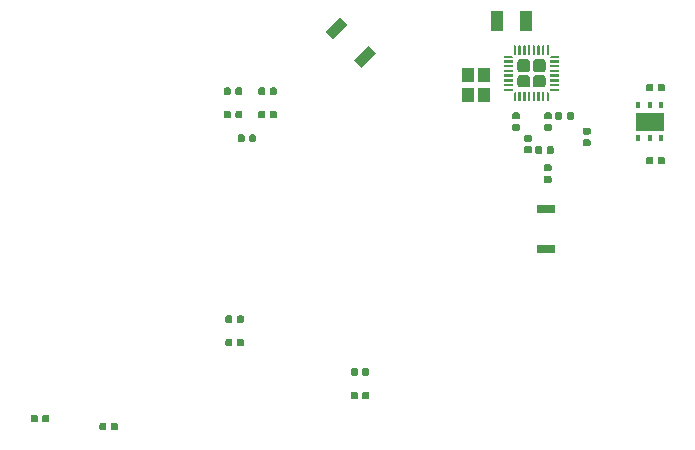
<source format=gbr>
G04 #@! TF.GenerationSoftware,KiCad,Pcbnew,5.99.0-unknown-a5c7d45~100~ubuntu19.10.1*
G04 #@! TF.CreationDate,2020-01-22T19:28:44+01:00*
G04 #@! TF.ProjectId,ilulissat,696c756c-6973-4736-9174-2e6b69636164,rev?*
G04 #@! TF.SameCoordinates,Original*
G04 #@! TF.FileFunction,Paste,Top*
G04 #@! TF.FilePolarity,Positive*
%FSLAX46Y46*%
G04 Gerber Fmt 4.6, Leading zero omitted, Abs format (unit mm)*
G04 Created by KiCad (PCBNEW 5.99.0-unknown-a5c7d45~100~ubuntu19.10.1) date 2020-01-22 19:28:44*
%MOMM*%
%LPD*%
G04 APERTURE LIST*
%ADD10R,1.600000X0.800000*%
%ADD11R,1.000000X1.150000*%
%ADD12R,1.000000X1.800000*%
%ADD13R,0.400000X0.600000*%
%ADD14R,2.400000X1.500000*%
G04 APERTURE END LIST*
G36*
X151788946Y-102091228D02*
G01*
X151836798Y-102123202D01*
X151868772Y-102171054D01*
X151880000Y-102227500D01*
X151880000Y-102572500D01*
X151868772Y-102628946D01*
X151836798Y-102676798D01*
X151788946Y-102708772D01*
X151732500Y-102720000D01*
X151437500Y-102720000D01*
X151381054Y-102708772D01*
X151333202Y-102676798D01*
X151301228Y-102628946D01*
X151290000Y-102572500D01*
X151290000Y-102227500D01*
X151301228Y-102171054D01*
X151333202Y-102123202D01*
X151381054Y-102091228D01*
X151437500Y-102080000D01*
X151732500Y-102080000D01*
X151788946Y-102091228D01*
G37*
G36*
X150818946Y-102091228D02*
G01*
X150866798Y-102123202D01*
X150898772Y-102171054D01*
X150910000Y-102227500D01*
X150910000Y-102572500D01*
X150898772Y-102628946D01*
X150866798Y-102676798D01*
X150818946Y-102708772D01*
X150762500Y-102720000D01*
X150467500Y-102720000D01*
X150411054Y-102708772D01*
X150363202Y-102676798D01*
X150331228Y-102628946D01*
X150320000Y-102572500D01*
X150320000Y-102227500D01*
X150331228Y-102171054D01*
X150363202Y-102123202D01*
X150411054Y-102091228D01*
X150467500Y-102080000D01*
X150762500Y-102080000D01*
X150818946Y-102091228D01*
G37*
D10*
X151200000Y-110800000D03*
X151200000Y-107400000D03*
G36*
X148928946Y-99231228D02*
G01*
X148976798Y-99263202D01*
X149008772Y-99311054D01*
X149020000Y-99367500D01*
X149020000Y-99662500D01*
X149008772Y-99718946D01*
X148976798Y-99766798D01*
X148928946Y-99798772D01*
X148872500Y-99810000D01*
X148527500Y-99810000D01*
X148471054Y-99798772D01*
X148423202Y-99766798D01*
X148391228Y-99718946D01*
X148380000Y-99662500D01*
X148380000Y-99367500D01*
X148391228Y-99311054D01*
X148423202Y-99263202D01*
X148471054Y-99231228D01*
X148527500Y-99220000D01*
X148872500Y-99220000D01*
X148928946Y-99231228D01*
G37*
G36*
X148928946Y-100201228D02*
G01*
X148976798Y-100233202D01*
X149008772Y-100281054D01*
X149020000Y-100337500D01*
X149020000Y-100632500D01*
X149008772Y-100688946D01*
X148976798Y-100736798D01*
X148928946Y-100768772D01*
X148872500Y-100780000D01*
X148527500Y-100780000D01*
X148471054Y-100768772D01*
X148423202Y-100736798D01*
X148391228Y-100688946D01*
X148380000Y-100632500D01*
X148380000Y-100337500D01*
X148391228Y-100281054D01*
X148423202Y-100233202D01*
X148471054Y-100201228D01*
X148527500Y-100190000D01*
X148872500Y-100190000D01*
X148928946Y-100201228D01*
G37*
G36*
X151628946Y-99231228D02*
G01*
X151676798Y-99263202D01*
X151708772Y-99311054D01*
X151720000Y-99367500D01*
X151720000Y-99662500D01*
X151708772Y-99718946D01*
X151676798Y-99766798D01*
X151628946Y-99798772D01*
X151572500Y-99810000D01*
X151227500Y-99810000D01*
X151171054Y-99798772D01*
X151123202Y-99766798D01*
X151091228Y-99718946D01*
X151080000Y-99662500D01*
X151080000Y-99367500D01*
X151091228Y-99311054D01*
X151123202Y-99263202D01*
X151171054Y-99231228D01*
X151227500Y-99220000D01*
X151572500Y-99220000D01*
X151628946Y-99231228D01*
G37*
G36*
X151628946Y-100201228D02*
G01*
X151676798Y-100233202D01*
X151708772Y-100281054D01*
X151720000Y-100337500D01*
X151720000Y-100632500D01*
X151708772Y-100688946D01*
X151676798Y-100736798D01*
X151628946Y-100768772D01*
X151572500Y-100780000D01*
X151227500Y-100780000D01*
X151171054Y-100768772D01*
X151123202Y-100736798D01*
X151091228Y-100688946D01*
X151080000Y-100632500D01*
X151080000Y-100337500D01*
X151091228Y-100281054D01*
X151123202Y-100233202D01*
X151171054Y-100201228D01*
X151227500Y-100190000D01*
X151572500Y-100190000D01*
X151628946Y-100201228D01*
G37*
G36*
X134982843Y-94784925D02*
G01*
X136184925Y-93582843D01*
X136821321Y-94219239D01*
X135619239Y-95421321D01*
X134982843Y-94784925D01*
G37*
G36*
X132578679Y-92380761D02*
G01*
X133780761Y-91178679D01*
X134417157Y-91815075D01*
X133215075Y-93017157D01*
X132578679Y-92380761D01*
G37*
D11*
X146000000Y-96025000D03*
X146000000Y-97775000D03*
X144600000Y-97775000D03*
X144600000Y-96025000D03*
D12*
X147050000Y-91500000D03*
X149550000Y-91500000D03*
D13*
X160950000Y-101400000D03*
X160000000Y-101400000D03*
X159050000Y-101400000D03*
X159050000Y-98600000D03*
X160000000Y-98600000D03*
X160950000Y-98600000D03*
D14*
X160000000Y-100000000D03*
G36*
X148689092Y-93568826D02*
G01*
X148700000Y-93600000D01*
X148700000Y-94300000D01*
X148681174Y-94339092D01*
X148650000Y-94350000D01*
X148620711Y-94350000D01*
X148585356Y-94335355D01*
X148514645Y-94264644D01*
X148500000Y-94229289D01*
X148500000Y-93600000D01*
X148518826Y-93560908D01*
X148550000Y-93550000D01*
X148650000Y-93550000D01*
X148689092Y-93568826D01*
G37*
G36*
X149069134Y-93553806D02*
G01*
X149085355Y-93564645D01*
X149096194Y-93580866D01*
X149100000Y-93600000D01*
X149100000Y-94300000D01*
X149096194Y-94319134D01*
X149085355Y-94335355D01*
X149069134Y-94346194D01*
X149050000Y-94350000D01*
X148950000Y-94350000D01*
X148930866Y-94346194D01*
X148914645Y-94335355D01*
X148903806Y-94319134D01*
X148900000Y-94300000D01*
X148900000Y-93600000D01*
X148903806Y-93580866D01*
X148914645Y-93564645D01*
X148930866Y-93553806D01*
X148950000Y-93550000D01*
X149050000Y-93550000D01*
X149069134Y-93553806D01*
G37*
G36*
X149469134Y-93553806D02*
G01*
X149485355Y-93564645D01*
X149496194Y-93580866D01*
X149500000Y-93600000D01*
X149500000Y-94300000D01*
X149496194Y-94319134D01*
X149485355Y-94335355D01*
X149469134Y-94346194D01*
X149450000Y-94350000D01*
X149350000Y-94350000D01*
X149330866Y-94346194D01*
X149314645Y-94335355D01*
X149303806Y-94319134D01*
X149300000Y-94300000D01*
X149300000Y-93600000D01*
X149303806Y-93580866D01*
X149314645Y-93564645D01*
X149330866Y-93553806D01*
X149350000Y-93550000D01*
X149450000Y-93550000D01*
X149469134Y-93553806D01*
G37*
G36*
X149869134Y-93553806D02*
G01*
X149885355Y-93564645D01*
X149896194Y-93580866D01*
X149900000Y-93600000D01*
X149900000Y-94300000D01*
X149896194Y-94319134D01*
X149885355Y-94335355D01*
X149869134Y-94346194D01*
X149850000Y-94350000D01*
X149750000Y-94350000D01*
X149730866Y-94346194D01*
X149714645Y-94335355D01*
X149703806Y-94319134D01*
X149700000Y-94300000D01*
X149700000Y-93600000D01*
X149703806Y-93580866D01*
X149714645Y-93564645D01*
X149730866Y-93553806D01*
X149750000Y-93550000D01*
X149850000Y-93550000D01*
X149869134Y-93553806D01*
G37*
G36*
X150269134Y-93553806D02*
G01*
X150285355Y-93564645D01*
X150296194Y-93580866D01*
X150300000Y-93600000D01*
X150300000Y-94300000D01*
X150296194Y-94319134D01*
X150285355Y-94335355D01*
X150269134Y-94346194D01*
X150250000Y-94350000D01*
X150150000Y-94350000D01*
X150130866Y-94346194D01*
X150114645Y-94335355D01*
X150103806Y-94319134D01*
X150100000Y-94300000D01*
X150100000Y-93600000D01*
X150103806Y-93580866D01*
X150114645Y-93564645D01*
X150130866Y-93553806D01*
X150150000Y-93550000D01*
X150250000Y-93550000D01*
X150269134Y-93553806D01*
G37*
G36*
X150669134Y-93553806D02*
G01*
X150685355Y-93564645D01*
X150696194Y-93580866D01*
X150700000Y-93600000D01*
X150700000Y-94300000D01*
X150696194Y-94319134D01*
X150685355Y-94335355D01*
X150669134Y-94346194D01*
X150650000Y-94350000D01*
X150550000Y-94350000D01*
X150530866Y-94346194D01*
X150514645Y-94335355D01*
X150503806Y-94319134D01*
X150500000Y-94300000D01*
X150500000Y-93600000D01*
X150503806Y-93580866D01*
X150514645Y-93564645D01*
X150530866Y-93553806D01*
X150550000Y-93550000D01*
X150650000Y-93550000D01*
X150669134Y-93553806D01*
G37*
G36*
X151069134Y-93553806D02*
G01*
X151085355Y-93564645D01*
X151096194Y-93580866D01*
X151100000Y-93600000D01*
X151100000Y-94300000D01*
X151096194Y-94319134D01*
X151085355Y-94335355D01*
X151069134Y-94346194D01*
X151050000Y-94350000D01*
X150950000Y-94350000D01*
X150930866Y-94346194D01*
X150914645Y-94335355D01*
X150903806Y-94319134D01*
X150900000Y-94300000D01*
X150900000Y-93600000D01*
X150903806Y-93580866D01*
X150914645Y-93564645D01*
X150930866Y-93553806D01*
X150950000Y-93550000D01*
X151050000Y-93550000D01*
X151069134Y-93553806D01*
G37*
G36*
X151489092Y-93568826D02*
G01*
X151500000Y-93600000D01*
X151500000Y-94229289D01*
X151485355Y-94264644D01*
X151414644Y-94335355D01*
X151379289Y-94350000D01*
X151350000Y-94350000D01*
X151310908Y-94331174D01*
X151300000Y-94300000D01*
X151300000Y-93600000D01*
X151318826Y-93560908D01*
X151350000Y-93550000D01*
X151450000Y-93550000D01*
X151489092Y-93568826D01*
G37*
G36*
X152339092Y-94418826D02*
G01*
X152350000Y-94450000D01*
X152350000Y-94550000D01*
X152331174Y-94589092D01*
X152300000Y-94600000D01*
X151600000Y-94600000D01*
X151560908Y-94581174D01*
X151550000Y-94550000D01*
X151550000Y-94520711D01*
X151564645Y-94485356D01*
X151635356Y-94414645D01*
X151670711Y-94400000D01*
X152300000Y-94400000D01*
X152339092Y-94418826D01*
G37*
G36*
X152319134Y-94803806D02*
G01*
X152335355Y-94814645D01*
X152346194Y-94830866D01*
X152350000Y-94850000D01*
X152350000Y-94950000D01*
X152346194Y-94969134D01*
X152335355Y-94985355D01*
X152319134Y-94996194D01*
X152300000Y-95000000D01*
X151600000Y-95000000D01*
X151580866Y-94996194D01*
X151564645Y-94985355D01*
X151553806Y-94969134D01*
X151550000Y-94950000D01*
X151550000Y-94850000D01*
X151553806Y-94830866D01*
X151564645Y-94814645D01*
X151580866Y-94803806D01*
X151600000Y-94800000D01*
X152300000Y-94800000D01*
X152319134Y-94803806D01*
G37*
G36*
X152319134Y-95203806D02*
G01*
X152335355Y-95214645D01*
X152346194Y-95230866D01*
X152350000Y-95250000D01*
X152350000Y-95350000D01*
X152346194Y-95369134D01*
X152335355Y-95385355D01*
X152319134Y-95396194D01*
X152300000Y-95400000D01*
X151600000Y-95400000D01*
X151580866Y-95396194D01*
X151564645Y-95385355D01*
X151553806Y-95369134D01*
X151550000Y-95350000D01*
X151550000Y-95250000D01*
X151553806Y-95230866D01*
X151564645Y-95214645D01*
X151580866Y-95203806D01*
X151600000Y-95200000D01*
X152300000Y-95200000D01*
X152319134Y-95203806D01*
G37*
G36*
X152319134Y-95603806D02*
G01*
X152335355Y-95614645D01*
X152346194Y-95630866D01*
X152350000Y-95650000D01*
X152350000Y-95750000D01*
X152346194Y-95769134D01*
X152335355Y-95785355D01*
X152319134Y-95796194D01*
X152300000Y-95800000D01*
X151600000Y-95800000D01*
X151580866Y-95796194D01*
X151564645Y-95785355D01*
X151553806Y-95769134D01*
X151550000Y-95750000D01*
X151550000Y-95650000D01*
X151553806Y-95630866D01*
X151564645Y-95614645D01*
X151580866Y-95603806D01*
X151600000Y-95600000D01*
X152300000Y-95600000D01*
X152319134Y-95603806D01*
G37*
G36*
X152319134Y-96003806D02*
G01*
X152335355Y-96014645D01*
X152346194Y-96030866D01*
X152350000Y-96050000D01*
X152350000Y-96150000D01*
X152346194Y-96169134D01*
X152335355Y-96185355D01*
X152319134Y-96196194D01*
X152300000Y-96200000D01*
X151600000Y-96200000D01*
X151580866Y-96196194D01*
X151564645Y-96185355D01*
X151553806Y-96169134D01*
X151550000Y-96150000D01*
X151550000Y-96050000D01*
X151553806Y-96030866D01*
X151564645Y-96014645D01*
X151580866Y-96003806D01*
X151600000Y-96000000D01*
X152300000Y-96000000D01*
X152319134Y-96003806D01*
G37*
G36*
X152319134Y-96403806D02*
G01*
X152335355Y-96414645D01*
X152346194Y-96430866D01*
X152350000Y-96450000D01*
X152350000Y-96550000D01*
X152346194Y-96569134D01*
X152335355Y-96585355D01*
X152319134Y-96596194D01*
X152300000Y-96600000D01*
X151600000Y-96600000D01*
X151580866Y-96596194D01*
X151564645Y-96585355D01*
X151553806Y-96569134D01*
X151550000Y-96550000D01*
X151550000Y-96450000D01*
X151553806Y-96430866D01*
X151564645Y-96414645D01*
X151580866Y-96403806D01*
X151600000Y-96400000D01*
X152300000Y-96400000D01*
X152319134Y-96403806D01*
G37*
G36*
X152319134Y-96803806D02*
G01*
X152335355Y-96814645D01*
X152346194Y-96830866D01*
X152350000Y-96850000D01*
X152350000Y-96950000D01*
X152346194Y-96969134D01*
X152335355Y-96985355D01*
X152319134Y-96996194D01*
X152300000Y-97000000D01*
X151600000Y-97000000D01*
X151580866Y-96996194D01*
X151564645Y-96985355D01*
X151553806Y-96969134D01*
X151550000Y-96950000D01*
X151550000Y-96850000D01*
X151553806Y-96830866D01*
X151564645Y-96814645D01*
X151580866Y-96803806D01*
X151600000Y-96800000D01*
X152300000Y-96800000D01*
X152319134Y-96803806D01*
G37*
G36*
X152339092Y-97218826D02*
G01*
X152350000Y-97250000D01*
X152350000Y-97350000D01*
X152331174Y-97389092D01*
X152300000Y-97400000D01*
X151670711Y-97400000D01*
X151635356Y-97385355D01*
X151564645Y-97314644D01*
X151550000Y-97279289D01*
X151550000Y-97250000D01*
X151568826Y-97210908D01*
X151600000Y-97200000D01*
X152300000Y-97200000D01*
X152339092Y-97218826D01*
G37*
G36*
X151414644Y-97464645D02*
G01*
X151485355Y-97535356D01*
X151500000Y-97570711D01*
X151500000Y-98200000D01*
X151481174Y-98239092D01*
X151450000Y-98250000D01*
X151350000Y-98250000D01*
X151310908Y-98231174D01*
X151300000Y-98200000D01*
X151300000Y-97500000D01*
X151318826Y-97460908D01*
X151350000Y-97450000D01*
X151379289Y-97450000D01*
X151414644Y-97464645D01*
G37*
G36*
X151069134Y-97453806D02*
G01*
X151085355Y-97464645D01*
X151096194Y-97480866D01*
X151100000Y-97500000D01*
X151100000Y-98200000D01*
X151096194Y-98219134D01*
X151085355Y-98235355D01*
X151069134Y-98246194D01*
X151050000Y-98250000D01*
X150950000Y-98250000D01*
X150930866Y-98246194D01*
X150914645Y-98235355D01*
X150903806Y-98219134D01*
X150900000Y-98200000D01*
X150900000Y-97500000D01*
X150903806Y-97480866D01*
X150914645Y-97464645D01*
X150930866Y-97453806D01*
X150950000Y-97450000D01*
X151050000Y-97450000D01*
X151069134Y-97453806D01*
G37*
G36*
X150669134Y-97453806D02*
G01*
X150685355Y-97464645D01*
X150696194Y-97480866D01*
X150700000Y-97500000D01*
X150700000Y-98200000D01*
X150696194Y-98219134D01*
X150685355Y-98235355D01*
X150669134Y-98246194D01*
X150650000Y-98250000D01*
X150550000Y-98250000D01*
X150530866Y-98246194D01*
X150514645Y-98235355D01*
X150503806Y-98219134D01*
X150500000Y-98200000D01*
X150500000Y-97500000D01*
X150503806Y-97480866D01*
X150514645Y-97464645D01*
X150530866Y-97453806D01*
X150550000Y-97450000D01*
X150650000Y-97450000D01*
X150669134Y-97453806D01*
G37*
G36*
X150269134Y-97453806D02*
G01*
X150285355Y-97464645D01*
X150296194Y-97480866D01*
X150300000Y-97500000D01*
X150300000Y-98200000D01*
X150296194Y-98219134D01*
X150285355Y-98235355D01*
X150269134Y-98246194D01*
X150250000Y-98250000D01*
X150150000Y-98250000D01*
X150130866Y-98246194D01*
X150114645Y-98235355D01*
X150103806Y-98219134D01*
X150100000Y-98200000D01*
X150100000Y-97500000D01*
X150103806Y-97480866D01*
X150114645Y-97464645D01*
X150130866Y-97453806D01*
X150150000Y-97450000D01*
X150250000Y-97450000D01*
X150269134Y-97453806D01*
G37*
G36*
X149869134Y-97453806D02*
G01*
X149885355Y-97464645D01*
X149896194Y-97480866D01*
X149900000Y-97500000D01*
X149900000Y-98200000D01*
X149896194Y-98219134D01*
X149885355Y-98235355D01*
X149869134Y-98246194D01*
X149850000Y-98250000D01*
X149750000Y-98250000D01*
X149730866Y-98246194D01*
X149714645Y-98235355D01*
X149703806Y-98219134D01*
X149700000Y-98200000D01*
X149700000Y-97500000D01*
X149703806Y-97480866D01*
X149714645Y-97464645D01*
X149730866Y-97453806D01*
X149750000Y-97450000D01*
X149850000Y-97450000D01*
X149869134Y-97453806D01*
G37*
G36*
X149469134Y-97453806D02*
G01*
X149485355Y-97464645D01*
X149496194Y-97480866D01*
X149500000Y-97500000D01*
X149500000Y-98200000D01*
X149496194Y-98219134D01*
X149485355Y-98235355D01*
X149469134Y-98246194D01*
X149450000Y-98250000D01*
X149350000Y-98250000D01*
X149330866Y-98246194D01*
X149314645Y-98235355D01*
X149303806Y-98219134D01*
X149300000Y-98200000D01*
X149300000Y-97500000D01*
X149303806Y-97480866D01*
X149314645Y-97464645D01*
X149330866Y-97453806D01*
X149350000Y-97450000D01*
X149450000Y-97450000D01*
X149469134Y-97453806D01*
G37*
G36*
X149069134Y-97453806D02*
G01*
X149085355Y-97464645D01*
X149096194Y-97480866D01*
X149100000Y-97500000D01*
X149100000Y-98200000D01*
X149096194Y-98219134D01*
X149085355Y-98235355D01*
X149069134Y-98246194D01*
X149050000Y-98250000D01*
X148950000Y-98250000D01*
X148930866Y-98246194D01*
X148914645Y-98235355D01*
X148903806Y-98219134D01*
X148900000Y-98200000D01*
X148900000Y-97500000D01*
X148903806Y-97480866D01*
X148914645Y-97464645D01*
X148930866Y-97453806D01*
X148950000Y-97450000D01*
X149050000Y-97450000D01*
X149069134Y-97453806D01*
G37*
G36*
X148689092Y-97468826D02*
G01*
X148700000Y-97500000D01*
X148700000Y-98200000D01*
X148681174Y-98239092D01*
X148650000Y-98250000D01*
X148550000Y-98250000D01*
X148510908Y-98231174D01*
X148500000Y-98200000D01*
X148500000Y-97570711D01*
X148514645Y-97535356D01*
X148585356Y-97464645D01*
X148620711Y-97450000D01*
X148650000Y-97450000D01*
X148689092Y-97468826D01*
G37*
G36*
X148439092Y-97218826D02*
G01*
X148450000Y-97250000D01*
X148450000Y-97279289D01*
X148435355Y-97314644D01*
X148364644Y-97385355D01*
X148329289Y-97400000D01*
X147700000Y-97400000D01*
X147660908Y-97381174D01*
X147650000Y-97350000D01*
X147650000Y-97250000D01*
X147668826Y-97210908D01*
X147700000Y-97200000D01*
X148400000Y-97200000D01*
X148439092Y-97218826D01*
G37*
G36*
X148419134Y-96803806D02*
G01*
X148435355Y-96814645D01*
X148446194Y-96830866D01*
X148450000Y-96850000D01*
X148450000Y-96950000D01*
X148446194Y-96969134D01*
X148435355Y-96985355D01*
X148419134Y-96996194D01*
X148400000Y-97000000D01*
X147700000Y-97000000D01*
X147680866Y-96996194D01*
X147664645Y-96985355D01*
X147653806Y-96969134D01*
X147650000Y-96950000D01*
X147650000Y-96850000D01*
X147653806Y-96830866D01*
X147664645Y-96814645D01*
X147680866Y-96803806D01*
X147700000Y-96800000D01*
X148400000Y-96800000D01*
X148419134Y-96803806D01*
G37*
G36*
X148419134Y-96403806D02*
G01*
X148435355Y-96414645D01*
X148446194Y-96430866D01*
X148450000Y-96450000D01*
X148450000Y-96550000D01*
X148446194Y-96569134D01*
X148435355Y-96585355D01*
X148419134Y-96596194D01*
X148400000Y-96600000D01*
X147700000Y-96600000D01*
X147680866Y-96596194D01*
X147664645Y-96585355D01*
X147653806Y-96569134D01*
X147650000Y-96550000D01*
X147650000Y-96450000D01*
X147653806Y-96430866D01*
X147664645Y-96414645D01*
X147680866Y-96403806D01*
X147700000Y-96400000D01*
X148400000Y-96400000D01*
X148419134Y-96403806D01*
G37*
G36*
X148419134Y-96003806D02*
G01*
X148435355Y-96014645D01*
X148446194Y-96030866D01*
X148450000Y-96050000D01*
X148450000Y-96150000D01*
X148446194Y-96169134D01*
X148435355Y-96185355D01*
X148419134Y-96196194D01*
X148400000Y-96200000D01*
X147700000Y-96200000D01*
X147680866Y-96196194D01*
X147664645Y-96185355D01*
X147653806Y-96169134D01*
X147650000Y-96150000D01*
X147650000Y-96050000D01*
X147653806Y-96030866D01*
X147664645Y-96014645D01*
X147680866Y-96003806D01*
X147700000Y-96000000D01*
X148400000Y-96000000D01*
X148419134Y-96003806D01*
G37*
G36*
X148419134Y-95603806D02*
G01*
X148435355Y-95614645D01*
X148446194Y-95630866D01*
X148450000Y-95650000D01*
X148450000Y-95750000D01*
X148446194Y-95769134D01*
X148435355Y-95785355D01*
X148419134Y-95796194D01*
X148400000Y-95800000D01*
X147700000Y-95800000D01*
X147680866Y-95796194D01*
X147664645Y-95785355D01*
X147653806Y-95769134D01*
X147650000Y-95750000D01*
X147650000Y-95650000D01*
X147653806Y-95630866D01*
X147664645Y-95614645D01*
X147680866Y-95603806D01*
X147700000Y-95600000D01*
X148400000Y-95600000D01*
X148419134Y-95603806D01*
G37*
G36*
X148419134Y-95203806D02*
G01*
X148435355Y-95214645D01*
X148446194Y-95230866D01*
X148450000Y-95250000D01*
X148450000Y-95350000D01*
X148446194Y-95369134D01*
X148435355Y-95385355D01*
X148419134Y-95396194D01*
X148400000Y-95400000D01*
X147700000Y-95400000D01*
X147680866Y-95396194D01*
X147664645Y-95385355D01*
X147653806Y-95369134D01*
X147650000Y-95350000D01*
X147650000Y-95250000D01*
X147653806Y-95230866D01*
X147664645Y-95214645D01*
X147680866Y-95203806D01*
X147700000Y-95200000D01*
X148400000Y-95200000D01*
X148419134Y-95203806D01*
G37*
G36*
X148419134Y-94803806D02*
G01*
X148435355Y-94814645D01*
X148446194Y-94830866D01*
X148450000Y-94850000D01*
X148450000Y-94950000D01*
X148446194Y-94969134D01*
X148435355Y-94985355D01*
X148419134Y-94996194D01*
X148400000Y-95000000D01*
X147700000Y-95000000D01*
X147680866Y-94996194D01*
X147664645Y-94985355D01*
X147653806Y-94969134D01*
X147650000Y-94950000D01*
X147650000Y-94850000D01*
X147653806Y-94830866D01*
X147664645Y-94814645D01*
X147680866Y-94803806D01*
X147700000Y-94800000D01*
X148400000Y-94800000D01*
X148419134Y-94803806D01*
G37*
G36*
X148364644Y-94414645D02*
G01*
X148435355Y-94485356D01*
X148450000Y-94520711D01*
X148450000Y-94550000D01*
X148431174Y-94589092D01*
X148400000Y-94600000D01*
X147700000Y-94600000D01*
X147660908Y-94581174D01*
X147650000Y-94550000D01*
X147650000Y-94450000D01*
X147668826Y-94410908D01*
X147700000Y-94400000D01*
X148329289Y-94400000D01*
X148364644Y-94414645D01*
G37*
G36*
X151040671Y-96044030D02*
G01*
X151121777Y-96098223D01*
X151175970Y-96179329D01*
X151195000Y-96275000D01*
X151195000Y-96845000D01*
X151175970Y-96940671D01*
X151121777Y-97021777D01*
X151040671Y-97075970D01*
X150945000Y-97095000D01*
X150375000Y-97095000D01*
X150279329Y-97075970D01*
X150198223Y-97021777D01*
X150144030Y-96940671D01*
X150125000Y-96845000D01*
X150125000Y-96275000D01*
X150144030Y-96179329D01*
X150198223Y-96098223D01*
X150279329Y-96044030D01*
X150375000Y-96025000D01*
X150945000Y-96025000D01*
X151040671Y-96044030D01*
G37*
G36*
X151040671Y-94724030D02*
G01*
X151121777Y-94778223D01*
X151175970Y-94859329D01*
X151195000Y-94955000D01*
X151195000Y-95525000D01*
X151175970Y-95620671D01*
X151121777Y-95701777D01*
X151040671Y-95755970D01*
X150945000Y-95775000D01*
X150375000Y-95775000D01*
X150279329Y-95755970D01*
X150198223Y-95701777D01*
X150144030Y-95620671D01*
X150125000Y-95525000D01*
X150125000Y-94955000D01*
X150144030Y-94859329D01*
X150198223Y-94778223D01*
X150279329Y-94724030D01*
X150375000Y-94705000D01*
X150945000Y-94705000D01*
X151040671Y-94724030D01*
G37*
G36*
X149720671Y-96044030D02*
G01*
X149801777Y-96098223D01*
X149855970Y-96179329D01*
X149875000Y-96275000D01*
X149875000Y-96845000D01*
X149855970Y-96940671D01*
X149801777Y-97021777D01*
X149720671Y-97075970D01*
X149625000Y-97095000D01*
X149055000Y-97095000D01*
X148959329Y-97075970D01*
X148878223Y-97021777D01*
X148824030Y-96940671D01*
X148805000Y-96845000D01*
X148805000Y-96275000D01*
X148824030Y-96179329D01*
X148878223Y-96098223D01*
X148959329Y-96044030D01*
X149055000Y-96025000D01*
X149625000Y-96025000D01*
X149720671Y-96044030D01*
G37*
G36*
X149720671Y-94724030D02*
G01*
X149801777Y-94778223D01*
X149855970Y-94859329D01*
X149875000Y-94955000D01*
X149875000Y-95525000D01*
X149855970Y-95620671D01*
X149801777Y-95701777D01*
X149720671Y-95755970D01*
X149625000Y-95775000D01*
X149055000Y-95775000D01*
X148959329Y-95755970D01*
X148878223Y-95701777D01*
X148824030Y-95620671D01*
X148805000Y-95525000D01*
X148805000Y-94955000D01*
X148824030Y-94859329D01*
X148878223Y-94778223D01*
X148959329Y-94724030D01*
X149055000Y-94705000D01*
X149625000Y-94705000D01*
X149720671Y-94724030D01*
G37*
G36*
X161188946Y-96791228D02*
G01*
X161236798Y-96823202D01*
X161268772Y-96871054D01*
X161280000Y-96927500D01*
X161280000Y-97272500D01*
X161268772Y-97328946D01*
X161236798Y-97376798D01*
X161188946Y-97408772D01*
X161132500Y-97420000D01*
X160837500Y-97420000D01*
X160781054Y-97408772D01*
X160733202Y-97376798D01*
X160701228Y-97328946D01*
X160690000Y-97272500D01*
X160690000Y-96927500D01*
X160701228Y-96871054D01*
X160733202Y-96823202D01*
X160781054Y-96791228D01*
X160837500Y-96780000D01*
X161132500Y-96780000D01*
X161188946Y-96791228D01*
G37*
G36*
X160218946Y-96791228D02*
G01*
X160266798Y-96823202D01*
X160298772Y-96871054D01*
X160310000Y-96927500D01*
X160310000Y-97272500D01*
X160298772Y-97328946D01*
X160266798Y-97376798D01*
X160218946Y-97408772D01*
X160162500Y-97420000D01*
X159867500Y-97420000D01*
X159811054Y-97408772D01*
X159763202Y-97376798D01*
X159731228Y-97328946D01*
X159720000Y-97272500D01*
X159720000Y-96927500D01*
X159731228Y-96871054D01*
X159763202Y-96823202D01*
X159811054Y-96791228D01*
X159867500Y-96780000D01*
X160162500Y-96780000D01*
X160218946Y-96791228D01*
G37*
G36*
X161188946Y-102991228D02*
G01*
X161236798Y-103023202D01*
X161268772Y-103071054D01*
X161280000Y-103127500D01*
X161280000Y-103472500D01*
X161268772Y-103528946D01*
X161236798Y-103576798D01*
X161188946Y-103608772D01*
X161132500Y-103620000D01*
X160837500Y-103620000D01*
X160781054Y-103608772D01*
X160733202Y-103576798D01*
X160701228Y-103528946D01*
X160690000Y-103472500D01*
X160690000Y-103127500D01*
X160701228Y-103071054D01*
X160733202Y-103023202D01*
X160781054Y-102991228D01*
X160837500Y-102980000D01*
X161132500Y-102980000D01*
X161188946Y-102991228D01*
G37*
G36*
X160218946Y-102991228D02*
G01*
X160266798Y-103023202D01*
X160298772Y-103071054D01*
X160310000Y-103127500D01*
X160310000Y-103472500D01*
X160298772Y-103528946D01*
X160266798Y-103576798D01*
X160218946Y-103608772D01*
X160162500Y-103620000D01*
X159867500Y-103620000D01*
X159811054Y-103608772D01*
X159763202Y-103576798D01*
X159731228Y-103528946D01*
X159720000Y-103472500D01*
X159720000Y-103127500D01*
X159731228Y-103071054D01*
X159763202Y-103023202D01*
X159811054Y-102991228D01*
X159867500Y-102980000D01*
X160162500Y-102980000D01*
X160218946Y-102991228D01*
G37*
G36*
X151612946Y-103625228D02*
G01*
X151660798Y-103657202D01*
X151692772Y-103705054D01*
X151704000Y-103761500D01*
X151704000Y-104056500D01*
X151692772Y-104112946D01*
X151660798Y-104160798D01*
X151612946Y-104192772D01*
X151556500Y-104204000D01*
X151211500Y-104204000D01*
X151155054Y-104192772D01*
X151107202Y-104160798D01*
X151075228Y-104112946D01*
X151064000Y-104056500D01*
X151064000Y-103761500D01*
X151075228Y-103705054D01*
X151107202Y-103657202D01*
X151155054Y-103625228D01*
X151211500Y-103614000D01*
X151556500Y-103614000D01*
X151612946Y-103625228D01*
G37*
G36*
X151612946Y-104595228D02*
G01*
X151660798Y-104627202D01*
X151692772Y-104675054D01*
X151704000Y-104731500D01*
X151704000Y-105026500D01*
X151692772Y-105082946D01*
X151660798Y-105130798D01*
X151612946Y-105162772D01*
X151556500Y-105174000D01*
X151211500Y-105174000D01*
X151155054Y-105162772D01*
X151107202Y-105130798D01*
X151075228Y-105082946D01*
X151064000Y-105026500D01*
X151064000Y-104731500D01*
X151075228Y-104675054D01*
X151107202Y-104627202D01*
X151155054Y-104595228D01*
X151211500Y-104584000D01*
X151556500Y-104584000D01*
X151612946Y-104595228D01*
G37*
G36*
X125558946Y-118401228D02*
G01*
X125606798Y-118433202D01*
X125638772Y-118481054D01*
X125650000Y-118537500D01*
X125650000Y-118882500D01*
X125638772Y-118938946D01*
X125606798Y-118986798D01*
X125558946Y-119018772D01*
X125502500Y-119030000D01*
X125207500Y-119030000D01*
X125151054Y-119018772D01*
X125103202Y-118986798D01*
X125071228Y-118938946D01*
X125060000Y-118882500D01*
X125060000Y-118537500D01*
X125071228Y-118481054D01*
X125103202Y-118433202D01*
X125151054Y-118401228D01*
X125207500Y-118390000D01*
X125502500Y-118390000D01*
X125558946Y-118401228D01*
G37*
G36*
X124588946Y-118401228D02*
G01*
X124636798Y-118433202D01*
X124668772Y-118481054D01*
X124680000Y-118537500D01*
X124680000Y-118882500D01*
X124668772Y-118938946D01*
X124636798Y-118986798D01*
X124588946Y-119018772D01*
X124532500Y-119030000D01*
X124237500Y-119030000D01*
X124181054Y-119018772D01*
X124133202Y-118986798D01*
X124101228Y-118938946D01*
X124090000Y-118882500D01*
X124090000Y-118537500D01*
X124101228Y-118481054D01*
X124133202Y-118433202D01*
X124181054Y-118401228D01*
X124237500Y-118390000D01*
X124532500Y-118390000D01*
X124588946Y-118401228D01*
G37*
G36*
X154914946Y-101483728D02*
G01*
X154962798Y-101515702D01*
X154994772Y-101563554D01*
X155006000Y-101620000D01*
X155006000Y-101915000D01*
X154994772Y-101971446D01*
X154962798Y-102019298D01*
X154914946Y-102051272D01*
X154858500Y-102062500D01*
X154513500Y-102062500D01*
X154457054Y-102051272D01*
X154409202Y-102019298D01*
X154377228Y-101971446D01*
X154366000Y-101915000D01*
X154366000Y-101620000D01*
X154377228Y-101563554D01*
X154409202Y-101515702D01*
X154457054Y-101483728D01*
X154513500Y-101472500D01*
X154858500Y-101472500D01*
X154914946Y-101483728D01*
G37*
G36*
X154914946Y-100513728D02*
G01*
X154962798Y-100545702D01*
X154994772Y-100593554D01*
X155006000Y-100650000D01*
X155006000Y-100945000D01*
X154994772Y-101001446D01*
X154962798Y-101049298D01*
X154914946Y-101081272D01*
X154858500Y-101092500D01*
X154513500Y-101092500D01*
X154457054Y-101081272D01*
X154409202Y-101049298D01*
X154377228Y-101001446D01*
X154366000Y-100945000D01*
X154366000Y-100650000D01*
X154377228Y-100593554D01*
X154409202Y-100545702D01*
X154457054Y-100513728D01*
X154513500Y-100502500D01*
X154858500Y-100502500D01*
X154914946Y-100513728D01*
G37*
G36*
X149928946Y-102101228D02*
G01*
X149976798Y-102133202D01*
X150008772Y-102181054D01*
X150020000Y-102237500D01*
X150020000Y-102532500D01*
X150008772Y-102588946D01*
X149976798Y-102636798D01*
X149928946Y-102668772D01*
X149872500Y-102680000D01*
X149527500Y-102680000D01*
X149471054Y-102668772D01*
X149423202Y-102636798D01*
X149391228Y-102588946D01*
X149380000Y-102532500D01*
X149380000Y-102237500D01*
X149391228Y-102181054D01*
X149423202Y-102133202D01*
X149471054Y-102101228D01*
X149527500Y-102090000D01*
X149872500Y-102090000D01*
X149928946Y-102101228D01*
G37*
G36*
X149928946Y-101131228D02*
G01*
X149976798Y-101163202D01*
X150008772Y-101211054D01*
X150020000Y-101267500D01*
X150020000Y-101562500D01*
X150008772Y-101618946D01*
X149976798Y-101666798D01*
X149928946Y-101698772D01*
X149872500Y-101710000D01*
X149527500Y-101710000D01*
X149471054Y-101698772D01*
X149423202Y-101666798D01*
X149391228Y-101618946D01*
X149380000Y-101562500D01*
X149380000Y-101267500D01*
X149391228Y-101211054D01*
X149423202Y-101163202D01*
X149471054Y-101131228D01*
X149527500Y-101120000D01*
X149872500Y-101120000D01*
X149928946Y-101131228D01*
G37*
G36*
X125438946Y-97111228D02*
G01*
X125486798Y-97143202D01*
X125518772Y-97191054D01*
X125530000Y-97247500D01*
X125530000Y-97592500D01*
X125518772Y-97648946D01*
X125486798Y-97696798D01*
X125438946Y-97728772D01*
X125382500Y-97740000D01*
X125087500Y-97740000D01*
X125031054Y-97728772D01*
X124983202Y-97696798D01*
X124951228Y-97648946D01*
X124940000Y-97592500D01*
X124940000Y-97247500D01*
X124951228Y-97191054D01*
X124983202Y-97143202D01*
X125031054Y-97111228D01*
X125087500Y-97100000D01*
X125382500Y-97100000D01*
X125438946Y-97111228D01*
G37*
G36*
X124468946Y-97111228D02*
G01*
X124516798Y-97143202D01*
X124548772Y-97191054D01*
X124560000Y-97247500D01*
X124560000Y-97592500D01*
X124548772Y-97648946D01*
X124516798Y-97696798D01*
X124468946Y-97728772D01*
X124412500Y-97740000D01*
X124117500Y-97740000D01*
X124061054Y-97728772D01*
X124013202Y-97696798D01*
X123981228Y-97648946D01*
X123970000Y-97592500D01*
X123970000Y-97247500D01*
X123981228Y-97191054D01*
X124013202Y-97143202D01*
X124061054Y-97111228D01*
X124117500Y-97100000D01*
X124412500Y-97100000D01*
X124468946Y-97111228D01*
G37*
G36*
X136178946Y-122861228D02*
G01*
X136226798Y-122893202D01*
X136258772Y-122941054D01*
X136270000Y-122997500D01*
X136270000Y-123342500D01*
X136258772Y-123398946D01*
X136226798Y-123446798D01*
X136178946Y-123478772D01*
X136122500Y-123490000D01*
X135827500Y-123490000D01*
X135771054Y-123478772D01*
X135723202Y-123446798D01*
X135691228Y-123398946D01*
X135680000Y-123342500D01*
X135680000Y-122997500D01*
X135691228Y-122941054D01*
X135723202Y-122893202D01*
X135771054Y-122861228D01*
X135827500Y-122850000D01*
X136122500Y-122850000D01*
X136178946Y-122861228D01*
G37*
G36*
X135208946Y-122861228D02*
G01*
X135256798Y-122893202D01*
X135288772Y-122941054D01*
X135300000Y-122997500D01*
X135300000Y-123342500D01*
X135288772Y-123398946D01*
X135256798Y-123446798D01*
X135208946Y-123478772D01*
X135152500Y-123490000D01*
X134857500Y-123490000D01*
X134801054Y-123478772D01*
X134753202Y-123446798D01*
X134721228Y-123398946D01*
X134710000Y-123342500D01*
X134710000Y-122997500D01*
X134721228Y-122941054D01*
X134753202Y-122893202D01*
X134801054Y-122861228D01*
X134857500Y-122850000D01*
X135152500Y-122850000D01*
X135208946Y-122861228D01*
G37*
G36*
X125558946Y-116411228D02*
G01*
X125606798Y-116443202D01*
X125638772Y-116491054D01*
X125650000Y-116547500D01*
X125650000Y-116892500D01*
X125638772Y-116948946D01*
X125606798Y-116996798D01*
X125558946Y-117028772D01*
X125502500Y-117040000D01*
X125207500Y-117040000D01*
X125151054Y-117028772D01*
X125103202Y-116996798D01*
X125071228Y-116948946D01*
X125060000Y-116892500D01*
X125060000Y-116547500D01*
X125071228Y-116491054D01*
X125103202Y-116443202D01*
X125151054Y-116411228D01*
X125207500Y-116400000D01*
X125502500Y-116400000D01*
X125558946Y-116411228D01*
G37*
G36*
X124588946Y-116411228D02*
G01*
X124636798Y-116443202D01*
X124668772Y-116491054D01*
X124680000Y-116547500D01*
X124680000Y-116892500D01*
X124668772Y-116948946D01*
X124636798Y-116996798D01*
X124588946Y-117028772D01*
X124532500Y-117040000D01*
X124237500Y-117040000D01*
X124181054Y-117028772D01*
X124133202Y-116996798D01*
X124101228Y-116948946D01*
X124090000Y-116892500D01*
X124090000Y-116547500D01*
X124101228Y-116491054D01*
X124133202Y-116443202D01*
X124181054Y-116411228D01*
X124237500Y-116400000D01*
X124532500Y-116400000D01*
X124588946Y-116411228D01*
G37*
G36*
X128348946Y-99101228D02*
G01*
X128396798Y-99133202D01*
X128428772Y-99181054D01*
X128440000Y-99237500D01*
X128440000Y-99582500D01*
X128428772Y-99638946D01*
X128396798Y-99686798D01*
X128348946Y-99718772D01*
X128292500Y-99730000D01*
X127997500Y-99730000D01*
X127941054Y-99718772D01*
X127893202Y-99686798D01*
X127861228Y-99638946D01*
X127850000Y-99582500D01*
X127850000Y-99237500D01*
X127861228Y-99181054D01*
X127893202Y-99133202D01*
X127941054Y-99101228D01*
X127997500Y-99090000D01*
X128292500Y-99090000D01*
X128348946Y-99101228D01*
G37*
G36*
X127378946Y-99101228D02*
G01*
X127426798Y-99133202D01*
X127458772Y-99181054D01*
X127470000Y-99237500D01*
X127470000Y-99582500D01*
X127458772Y-99638946D01*
X127426798Y-99686798D01*
X127378946Y-99718772D01*
X127322500Y-99730000D01*
X127027500Y-99730000D01*
X126971054Y-99718772D01*
X126923202Y-99686798D01*
X126891228Y-99638946D01*
X126880000Y-99582500D01*
X126880000Y-99237500D01*
X126891228Y-99181054D01*
X126923202Y-99133202D01*
X126971054Y-99101228D01*
X127027500Y-99090000D01*
X127322500Y-99090000D01*
X127378946Y-99101228D01*
G37*
G36*
X114898946Y-125511228D02*
G01*
X114946798Y-125543202D01*
X114978772Y-125591054D01*
X114990000Y-125647500D01*
X114990000Y-125992500D01*
X114978772Y-126048946D01*
X114946798Y-126096798D01*
X114898946Y-126128772D01*
X114842500Y-126140000D01*
X114547500Y-126140000D01*
X114491054Y-126128772D01*
X114443202Y-126096798D01*
X114411228Y-126048946D01*
X114400000Y-125992500D01*
X114400000Y-125647500D01*
X114411228Y-125591054D01*
X114443202Y-125543202D01*
X114491054Y-125511228D01*
X114547500Y-125500000D01*
X114842500Y-125500000D01*
X114898946Y-125511228D01*
G37*
G36*
X113928946Y-125511228D02*
G01*
X113976798Y-125543202D01*
X114008772Y-125591054D01*
X114020000Y-125647500D01*
X114020000Y-125992500D01*
X114008772Y-126048946D01*
X113976798Y-126096798D01*
X113928946Y-126128772D01*
X113872500Y-126140000D01*
X113577500Y-126140000D01*
X113521054Y-126128772D01*
X113473202Y-126096798D01*
X113441228Y-126048946D01*
X113430000Y-125992500D01*
X113430000Y-125647500D01*
X113441228Y-125591054D01*
X113473202Y-125543202D01*
X113521054Y-125511228D01*
X113577500Y-125500000D01*
X113872500Y-125500000D01*
X113928946Y-125511228D01*
G37*
G36*
X136178946Y-120871228D02*
G01*
X136226798Y-120903202D01*
X136258772Y-120951054D01*
X136270000Y-121007500D01*
X136270000Y-121352500D01*
X136258772Y-121408946D01*
X136226798Y-121456798D01*
X136178946Y-121488772D01*
X136122500Y-121500000D01*
X135827500Y-121500000D01*
X135771054Y-121488772D01*
X135723202Y-121456798D01*
X135691228Y-121408946D01*
X135680000Y-121352500D01*
X135680000Y-121007500D01*
X135691228Y-120951054D01*
X135723202Y-120903202D01*
X135771054Y-120871228D01*
X135827500Y-120860000D01*
X136122500Y-120860000D01*
X136178946Y-120871228D01*
G37*
G36*
X135208946Y-120871228D02*
G01*
X135256798Y-120903202D01*
X135288772Y-120951054D01*
X135300000Y-121007500D01*
X135300000Y-121352500D01*
X135288772Y-121408946D01*
X135256798Y-121456798D01*
X135208946Y-121488772D01*
X135152500Y-121500000D01*
X134857500Y-121500000D01*
X134801054Y-121488772D01*
X134753202Y-121456798D01*
X134721228Y-121408946D01*
X134710000Y-121352500D01*
X134710000Y-121007500D01*
X134721228Y-120951054D01*
X134753202Y-120903202D01*
X134801054Y-120871228D01*
X134857500Y-120860000D01*
X135152500Y-120860000D01*
X135208946Y-120871228D01*
G37*
G36*
X125438946Y-99101228D02*
G01*
X125486798Y-99133202D01*
X125518772Y-99181054D01*
X125530000Y-99237500D01*
X125530000Y-99582500D01*
X125518772Y-99638946D01*
X125486798Y-99686798D01*
X125438946Y-99718772D01*
X125382500Y-99730000D01*
X125087500Y-99730000D01*
X125031054Y-99718772D01*
X124983202Y-99686798D01*
X124951228Y-99638946D01*
X124940000Y-99582500D01*
X124940000Y-99237500D01*
X124951228Y-99181054D01*
X124983202Y-99133202D01*
X125031054Y-99101228D01*
X125087500Y-99090000D01*
X125382500Y-99090000D01*
X125438946Y-99101228D01*
G37*
G36*
X124468946Y-99101228D02*
G01*
X124516798Y-99133202D01*
X124548772Y-99181054D01*
X124560000Y-99237500D01*
X124560000Y-99582500D01*
X124548772Y-99638946D01*
X124516798Y-99686798D01*
X124468946Y-99718772D01*
X124412500Y-99730000D01*
X124117500Y-99730000D01*
X124061054Y-99718772D01*
X124013202Y-99686798D01*
X123981228Y-99638946D01*
X123970000Y-99582500D01*
X123970000Y-99237500D01*
X123981228Y-99181054D01*
X124013202Y-99133202D01*
X124061054Y-99101228D01*
X124117500Y-99090000D01*
X124412500Y-99090000D01*
X124468946Y-99101228D01*
G37*
G36*
X128348946Y-97111228D02*
G01*
X128396798Y-97143202D01*
X128428772Y-97191054D01*
X128440000Y-97247500D01*
X128440000Y-97592500D01*
X128428772Y-97648946D01*
X128396798Y-97696798D01*
X128348946Y-97728772D01*
X128292500Y-97740000D01*
X127997500Y-97740000D01*
X127941054Y-97728772D01*
X127893202Y-97696798D01*
X127861228Y-97648946D01*
X127850000Y-97592500D01*
X127850000Y-97247500D01*
X127861228Y-97191054D01*
X127893202Y-97143202D01*
X127941054Y-97111228D01*
X127997500Y-97100000D01*
X128292500Y-97100000D01*
X128348946Y-97111228D01*
G37*
G36*
X127378946Y-97111228D02*
G01*
X127426798Y-97143202D01*
X127458772Y-97191054D01*
X127470000Y-97247500D01*
X127470000Y-97592500D01*
X127458772Y-97648946D01*
X127426798Y-97696798D01*
X127378946Y-97728772D01*
X127322500Y-97740000D01*
X127027500Y-97740000D01*
X126971054Y-97728772D01*
X126923202Y-97696798D01*
X126891228Y-97648946D01*
X126880000Y-97592500D01*
X126880000Y-97247500D01*
X126891228Y-97191054D01*
X126923202Y-97143202D01*
X126971054Y-97111228D01*
X127027500Y-97100000D01*
X127322500Y-97100000D01*
X127378946Y-97111228D01*
G37*
G36*
X153488946Y-99191228D02*
G01*
X153536798Y-99223202D01*
X153568772Y-99271054D01*
X153580000Y-99327500D01*
X153580000Y-99672500D01*
X153568772Y-99728946D01*
X153536798Y-99776798D01*
X153488946Y-99808772D01*
X153432500Y-99820000D01*
X153137500Y-99820000D01*
X153081054Y-99808772D01*
X153033202Y-99776798D01*
X153001228Y-99728946D01*
X152990000Y-99672500D01*
X152990000Y-99327500D01*
X153001228Y-99271054D01*
X153033202Y-99223202D01*
X153081054Y-99191228D01*
X153137500Y-99180000D01*
X153432500Y-99180000D01*
X153488946Y-99191228D01*
G37*
G36*
X152518946Y-99191228D02*
G01*
X152566798Y-99223202D01*
X152598772Y-99271054D01*
X152610000Y-99327500D01*
X152610000Y-99672500D01*
X152598772Y-99728946D01*
X152566798Y-99776798D01*
X152518946Y-99808772D01*
X152462500Y-99820000D01*
X152167500Y-99820000D01*
X152111054Y-99808772D01*
X152063202Y-99776798D01*
X152031228Y-99728946D01*
X152020000Y-99672500D01*
X152020000Y-99327500D01*
X152031228Y-99271054D01*
X152063202Y-99223202D01*
X152111054Y-99191228D01*
X152167500Y-99180000D01*
X152462500Y-99180000D01*
X152518946Y-99191228D01*
G37*
G36*
X109078946Y-124811228D02*
G01*
X109126798Y-124843202D01*
X109158772Y-124891054D01*
X109170000Y-124947500D01*
X109170000Y-125292500D01*
X109158772Y-125348946D01*
X109126798Y-125396798D01*
X109078946Y-125428772D01*
X109022500Y-125440000D01*
X108727500Y-125440000D01*
X108671054Y-125428772D01*
X108623202Y-125396798D01*
X108591228Y-125348946D01*
X108580000Y-125292500D01*
X108580000Y-124947500D01*
X108591228Y-124891054D01*
X108623202Y-124843202D01*
X108671054Y-124811228D01*
X108727500Y-124800000D01*
X109022500Y-124800000D01*
X109078946Y-124811228D01*
G37*
G36*
X108108946Y-124811228D02*
G01*
X108156798Y-124843202D01*
X108188772Y-124891054D01*
X108200000Y-124947500D01*
X108200000Y-125292500D01*
X108188772Y-125348946D01*
X108156798Y-125396798D01*
X108108946Y-125428772D01*
X108052500Y-125440000D01*
X107757500Y-125440000D01*
X107701054Y-125428772D01*
X107653202Y-125396798D01*
X107621228Y-125348946D01*
X107610000Y-125292500D01*
X107610000Y-124947500D01*
X107621228Y-124891054D01*
X107653202Y-124843202D01*
X107701054Y-124811228D01*
X107757500Y-124800000D01*
X108052500Y-124800000D01*
X108108946Y-124811228D01*
G37*
G36*
X126588946Y-101091228D02*
G01*
X126636798Y-101123202D01*
X126668772Y-101171054D01*
X126680000Y-101227500D01*
X126680000Y-101572500D01*
X126668772Y-101628946D01*
X126636798Y-101676798D01*
X126588946Y-101708772D01*
X126532500Y-101720000D01*
X126237500Y-101720000D01*
X126181054Y-101708772D01*
X126133202Y-101676798D01*
X126101228Y-101628946D01*
X126090000Y-101572500D01*
X126090000Y-101227500D01*
X126101228Y-101171054D01*
X126133202Y-101123202D01*
X126181054Y-101091228D01*
X126237500Y-101080000D01*
X126532500Y-101080000D01*
X126588946Y-101091228D01*
G37*
G36*
X125618946Y-101091228D02*
G01*
X125666798Y-101123202D01*
X125698772Y-101171054D01*
X125710000Y-101227500D01*
X125710000Y-101572500D01*
X125698772Y-101628946D01*
X125666798Y-101676798D01*
X125618946Y-101708772D01*
X125562500Y-101720000D01*
X125267500Y-101720000D01*
X125211054Y-101708772D01*
X125163202Y-101676798D01*
X125131228Y-101628946D01*
X125120000Y-101572500D01*
X125120000Y-101227500D01*
X125131228Y-101171054D01*
X125163202Y-101123202D01*
X125211054Y-101091228D01*
X125267500Y-101080000D01*
X125562500Y-101080000D01*
X125618946Y-101091228D01*
G37*
M02*

</source>
